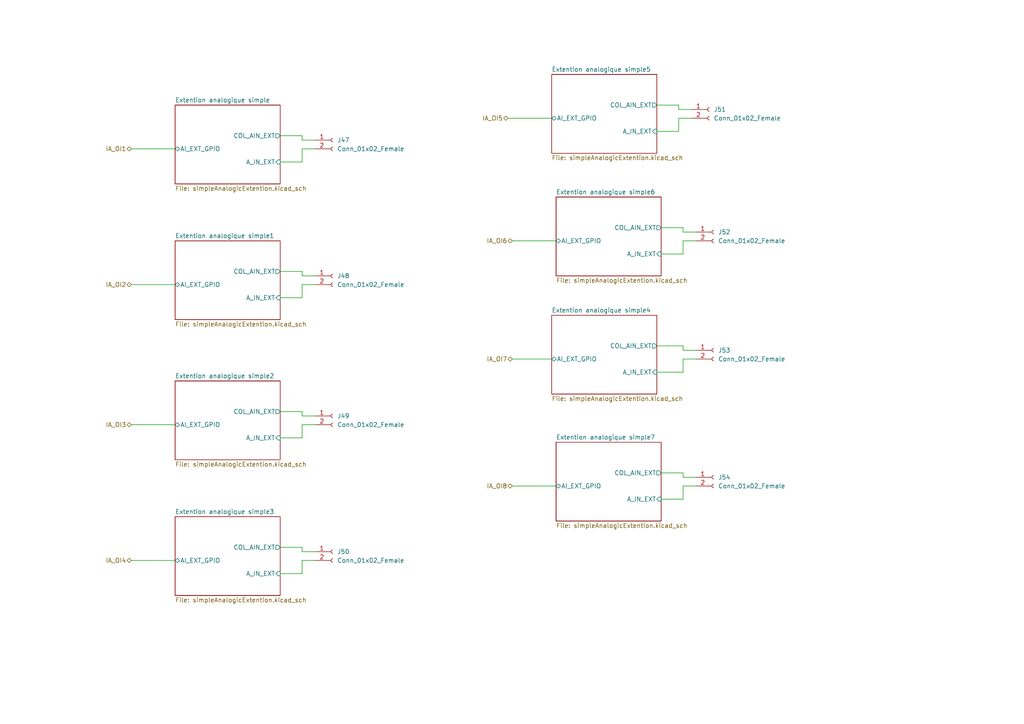
<source format=kicad_sch>
(kicad_sch (version 20211123) (generator eeschema)
  (paper "A4")
  (lib_symbols
    (symbol "Connector:Conn_01x02_Female" (pin_names (offset 1.016) hide)
      (property "Reference" "J" (at 0 2.54 0))
      (property "Value" "Conn_01x02_Female" (at 0 -5.08 0))
      (symbol "Conn_01x02_Female_1_1"
        (arc (start 0 -2.032) (mid -0.508 -2.54) (end 0 -3.048) (stroke (width 0.1524)))
        (polyline (pts (xy -1.27 -2.54) (xy -0.508 -2.54)) (stroke (width 0.1524)))
        (polyline (pts (xy -1.27 0) (xy -0.508 0)) (stroke (width 0.1524)))
        (arc (start 0 0.508) (mid -0.508 0) (end 0 -0.508) (stroke (width 0.1524)))
        (pin passive line (at -5.08 0 0) (length 3.81) (name "Pin_1") (number "1"))
        (pin passive line (at -5.08 -2.54 0) (length 3.81) (name "Pin_2") (number "2"))
      )
    )
  )
  (wire (pts (xy 196.85 31.75) (xy 200.66 31.75)))
  (wire (pts (xy 87.63 80.01) (xy 91.44 80.01)))
  (wire (pts (xy 87.63 119.38) (xy 87.63 120.65)))
  (wire (pts (xy 81.28 127) (xy 87.63 127)))
  (wire (pts (xy 191.77 66.04) (xy 198.12 66.04)))
  (wire (pts (xy 87.63 120.65) (xy 91.44 120.65)))
  (wire (pts (xy 147.32 34.29) (xy 160.02 34.29)))
  (wire (pts (xy 87.63 82.55) (xy 91.44 82.55)))
  (wire (pts (xy 198.12 73.66) (xy 198.12 69.85)))
  (wire (pts (xy 190.5 38.1) (xy 196.85 38.1)))
  (wire (pts (xy 198.12 100.33) (xy 198.12 101.6)))
  (wire (pts (xy 198.12 140.97) (xy 201.93 140.97)))
  (wire (pts (xy 198.12 107.95) (xy 198.12 104.14)))
  (wire (pts (xy 198.12 104.14) (xy 201.93 104.14)))
  (wire (pts (xy 191.77 137.16) (xy 198.12 137.16)))
  (wire (pts (xy 81.28 166.37) (xy 87.63 166.37)))
  (wire (pts (xy 196.85 30.48) (xy 196.85 31.75)))
  (wire (pts (xy 81.28 39.37) (xy 87.63 39.37)))
  (wire (pts (xy 87.63 158.75) (xy 87.63 160.02)))
  (wire (pts (xy 148.59 104.14) (xy 160.02 104.14)))
  (wire (pts (xy 87.63 78.74) (xy 87.63 80.01)))
  (wire (pts (xy 87.63 160.02) (xy 91.44 160.02)))
  (wire (pts (xy 81.28 158.75) (xy 87.63 158.75)))
  (wire (pts (xy 38.1 43.18) (xy 50.8 43.18)))
  (wire (pts (xy 38.1 82.55) (xy 50.8 82.55)))
  (wire (pts (xy 198.12 101.6) (xy 201.93 101.6)))
  (wire (pts (xy 190.5 100.33) (xy 198.12 100.33)))
  (wire (pts (xy 87.63 162.56) (xy 91.44 162.56)))
  (wire (pts (xy 190.5 107.95) (xy 198.12 107.95)))
  (wire (pts (xy 87.63 43.18) (xy 91.44 43.18)))
  (wire (pts (xy 191.77 144.78) (xy 198.12 144.78)))
  (wire (pts (xy 87.63 123.19) (xy 91.44 123.19)))
  (wire (pts (xy 87.63 46.99) (xy 87.63 43.18)))
  (wire (pts (xy 148.59 69.85) (xy 161.29 69.85)))
  (wire (pts (xy 198.12 144.78) (xy 198.12 140.97)))
  (wire (pts (xy 81.28 86.36) (xy 87.63 86.36)))
  (wire (pts (xy 198.12 138.43) (xy 201.93 138.43)))
  (wire (pts (xy 198.12 67.31) (xy 201.93 67.31)))
  (wire (pts (xy 148.59 140.97) (xy 161.29 140.97)))
  (wire (pts (xy 81.28 119.38) (xy 87.63 119.38)))
  (wire (pts (xy 190.5 30.48) (xy 196.85 30.48)))
  (wire (pts (xy 38.1 162.56) (xy 50.8 162.56)))
  (wire (pts (xy 81.28 46.99) (xy 87.63 46.99)))
  (wire (pts (xy 87.63 39.37) (xy 87.63 40.64)))
  (wire (pts (xy 198.12 137.16) (xy 198.12 138.43)))
  (wire (pts (xy 196.85 34.29) (xy 200.66 34.29)))
  (wire (pts (xy 87.63 166.37) (xy 87.63 162.56)))
  (wire (pts (xy 87.63 127) (xy 87.63 123.19)))
  (wire (pts (xy 198.12 69.85) (xy 201.93 69.85)))
  (wire (pts (xy 81.28 78.74) (xy 87.63 78.74)))
  (wire (pts (xy 191.77 73.66) (xy 198.12 73.66)))
  (wire (pts (xy 38.1 123.19) (xy 50.8 123.19)))
  (wire (pts (xy 87.63 40.64) (xy 91.44 40.64)))
  (wire (pts (xy 198.12 66.04) (xy 198.12 67.31)))
  (wire (pts (xy 87.63 86.36) (xy 87.63 82.55)))
  (wire (pts (xy 196.85 38.1) (xy 196.85 34.29)))
  (hierarchical_label "IA_OI5" (shape bidirectional) (at 147.32 34.29 180))
  (hierarchical_label "IA_OI3" (shape bidirectional) (at 38.1 123.19 180))
  (hierarchical_label "IA_OI6" (shape bidirectional) (at 148.59 69.85 180))
  (hierarchical_label "IA_OI1" (shape bidirectional) (at 38.1 43.18 180))
  (hierarchical_label "IA_OI2" (shape bidirectional) (at 38.1 82.55 180))
  (hierarchical_label "IA_OI4" (shape bidirectional) (at 38.1 162.56 180))
  (hierarchical_label "IA_OI7" (shape bidirectional) (at 148.59 104.14 180))
  (hierarchical_label "IA_OI8" (shape bidirectional) (at 148.59 140.97 180))
  (symbol (lib_id "Connector:Conn_01x02_Female") (at 96.52 40.64 0) (unit 1)
    (property "Reference" "J47" (at 97.79 40.6399 0) (effects (justify left)))
    (property "Value" "Conn_01x02_Female" (at 97.79 43.1799 0) (effects (justify left)))
    (property "Footprint" "connectors:conn-2pts-P5mm" (effects hide))
  )
  (symbol (lib_id "Connector:Conn_01x02_Female") (at 96.52 80.01 0) (unit 1)
    (property "Reference" "J48" (at 97.79 80.0099 0) (effects (justify left)))
    (property "Value" "Conn_01x02_Female" (at 97.79 82.5499 0) (effects (justify left)))
    (property "Footprint" "connectors:conn-2pts-P5mm" (effects hide))
  )
  (symbol (lib_id "Connector:Conn_01x02_Female") (at 207.01 67.31 0) (unit 1)
    (property "Reference" "J52" (at 208.28 67.3099 0) (effects (justify left)))
    (property "Value" "Conn_01x02_Female" (at 208.28 69.8499 0) (effects (justify left)))
    (property "Footprint" "connectors:conn-2pts-P5mm" (effects hide))
  )
  (symbol (lib_id "Connector:Conn_01x02_Female") (at 207.01 101.6 0) (unit 1)
    (property "Reference" "J53" (at 208.28 101.5999 0) (effects (justify left)))
    (property "Value" "Conn_01x02_Female" (at 208.28 104.1399 0) (effects (justify left)))
    (property "Footprint" "connectors:conn-2pts-P5mm" (effects hide))
  )
  (symbol (lib_id "Connector:Conn_01x02_Female") (at 96.52 160.02 0) (unit 1)
    (property "Reference" "J50" (at 97.79 160.0199 0) (effects (justify left)))
    (property "Value" "Conn_01x02_Female" (at 97.79 162.5599 0) (effects (justify left)))
    (property "Footprint" "connectors:conn-2pts-P5mm" (effects hide))
  )
  (symbol (lib_id "Connector:Conn_01x02_Female") (at 96.52 120.65 0) (unit 1)
    (property "Reference" "J49" (at 97.79 120.6499 0) (effects (justify left)))
    (property "Value" "Conn_01x02_Female" (at 97.79 123.1899 0) (effects (justify left)))
    (property "Footprint" "connectors:conn-2pts-P5mm" (effects hide))
  )
  (symbol (lib_id "Connector:Conn_01x02_Female") (at 207.01 138.43 0) (unit 1)
    (property "Reference" "J54" (at 208.28 138.4299 0) (effects (justify left)))
    (property "Value" "Conn_01x02_Female" (at 208.28 140.9699 0) (effects (justify left)))
    (property "Footprint" "connectors:conn-2pts-P5mm" (effects hide))
  )
  (symbol (lib_id "Connector:Conn_01x02_Female") (at 205.74 31.75 0) (unit 1)
    (property "Reference" "J51" (at 207.01 31.7499 0) (effects (justify left)))
    (property "Value" "Conn_01x02_Female" (at 207.01 34.2899 0) (effects (justify left)))
    (property "Footprint" "connectors:conn-2pts-P5mm" (effects hide))
  )
  (sheet (at 50.8 30.48) (size 30.48 22.86) (stroke (width 0.1524))
    (property "Sheet name" "Extention analogique simple" (at 50.8 29.7684 0) (effects (justify left bottom)))
    (property "Sheet file" "simpleAnalogicExtention.kicad_sch" (at 50.8 53.9246 0) (effects (justify left top)))
    (pin "A_IN_EXT" input (at 81.28 46.99 0))
    (pin "COL_AIN_EXT" output (at 81.28 39.37 0))
    (pin "AI_EXT_GPIO" bidirectional (at 50.8 43.18 180))
  )
  (sheet (at 161.29 57.15) (size 30.48 22.86) (stroke (width 0.1524))
    (property "Sheet name" "Extention analogique simple6" (at 161.29 56.4384 0) (effects (justify left bottom)))
    (property "Sheet file" "simpleAnalogicExtention.kicad_sch" (at 161.29 80.5946 0) (effects (justify left top)))
    (pin "A_IN_EXT" input (at 191.77 73.66 0))
    (pin "COL_AIN_EXT" output (at 191.77 66.04 0))
    (pin "AI_EXT_GPIO" bidirectional (at 161.29 69.85 180))
  )
  (sheet (at 160.02 21.59) (size 30.48 22.86) (stroke (width 0.1524))
    (property "Sheet name" "Extention analogique simple5" (at 160.02 20.8784 0) (effects (justify left bottom)))
    (property "Sheet file" "simpleAnalogicExtention.kicad_sch" (at 160.02 45.0346 0) (effects (justify left top)))
    (pin "A_IN_EXT" input (at 190.5 38.1 0))
    (pin "COL_AIN_EXT" output (at 190.5 30.48 0))
    (pin "AI_EXT_GPIO" bidirectional (at 160.02 34.29 180))
  )
  (sheet (at 160.02 91.44) (size 30.48 22.86) (stroke (width 0.1524))
    (property "Sheet name" "Extention analogique simple4" (at 160.02 90.7284 0) (effects (justify left bottom)))
    (property "Sheet file" "simpleAnalogicExtention.kicad_sch" (at 160.02 114.8846 0) (effects (justify left top)))
    (pin "A_IN_EXT" input (at 190.5 107.95 0))
    (pin "COL_AIN_EXT" output (at 190.5 100.33 0))
    (pin "AI_EXT_GPIO" bidirectional (at 160.02 104.14 180))
  )
  (sheet (at 50.8 110.49) (size 30.48 22.86) (stroke (width 0.1524))
    (property "Sheet name" "Extention analogique simple2" (at 50.8 109.7784 0) (effects (justify left bottom)))
    (property "Sheet file" "simpleAnalogicExtention.kicad_sch" (at 50.8 133.9346 0) (effects (justify left top)))
    (pin "A_IN_EXT" input (at 81.28 127 0))
    (pin "COL_AIN_EXT" output (at 81.28 119.38 0))
    (pin "AI_EXT_GPIO" bidirectional (at 50.8 123.19 180))
  )
  (sheet (at 50.8 69.85) (size 30.48 22.86) (stroke (width 0.1524))
    (property "Sheet name" "Extention analogique simple1" (at 50.8 69.1384 0) (effects (justify left bottom)))
    (property "Sheet file" "simpleAnalogicExtention.kicad_sch" (at 50.8 93.2946 0) (effects (justify left top)))
    (pin "A_IN_EXT" input (at 81.28 86.36 0))
    (pin "COL_AIN_EXT" output (at 81.28 78.74 0))
    (pin "AI_EXT_GPIO" bidirectional (at 50.8 82.55 180))
  )
  (sheet (at 50.8 149.86) (size 30.48 22.86) (stroke (width 0.1524))
    (property "Sheet name" "Extention analogique simple3" (at 50.8 149.1484 0) (effects (justify left bottom)))
    (property "Sheet file" "simpleAnalogicExtention.kicad_sch" (at 50.8 173.3046 0) (effects (justify left top)))
    (pin "A_IN_EXT" input (at 81.28 166.37 0))
    (pin "COL_AIN_EXT" output (at 81.28 158.75 0))
    (pin "AI_EXT_GPIO" bidirectional (at 50.8 162.56 180))
  )
  (sheet (at 161.29 128.27) (size 30.48 22.86) (stroke (width 0.1524))
    (property "Sheet name" "Extention analogique simple7" (at 161.29 127.5584 0) (effects (justify left bottom)))
    (property "Sheet file" "simpleAnalogicExtention.kicad_sch" (at 161.29 151.7146 0) (effects (justify left top)))
    (pin "A_IN_EXT" input (at 191.77 144.78 0))
    (pin "COL_AIN_EXT" output (at 191.77 137.16 0))
    (pin "AI_EXT_GPIO" bidirectional (at 161.29 140.97 180))
  )
)
</source>
